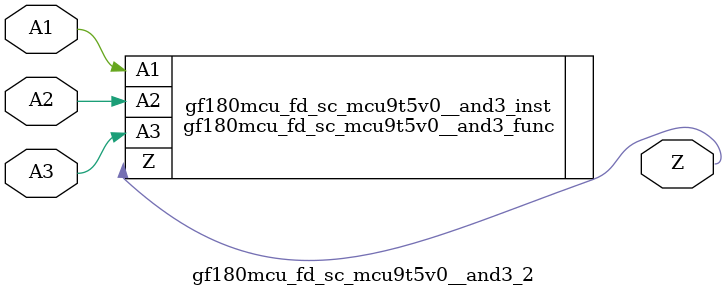
<source format=v>

`ifndef GF180MCU_FD_SC_MCU9T5V0__AND3_2_V
`define GF180MCU_FD_SC_MCU9T5V0__AND3_2_V

`include "gf180mcu_fd_sc_mcu9t5v0__and3.v"

`ifdef USE_POWER_PINS
module gf180mcu_fd_sc_mcu9t5v0__and3_2( A1, A2, A3, Z, VDD, VSS );
inout VDD, VSS;
`else // If not USE_POWER_PINS
module gf180mcu_fd_sc_mcu9t5v0__and3_2( A1, A2, A3, Z );
`endif // If not USE_POWER_PINS
input A1, A2, A3;
output Z;

`ifdef USE_POWER_PINS
  gf180mcu_fd_sc_mcu9t5v0__and3_func gf180mcu_fd_sc_mcu9t5v0__and3_inst(.A1(A1),.A2(A2),.A3(A3),.Z(Z),.VDD(VDD),.VSS(VSS));
`else // If not USE_POWER_PINS
  gf180mcu_fd_sc_mcu9t5v0__and3_func gf180mcu_fd_sc_mcu9t5v0__and3_inst(.A1(A1),.A2(A2),.A3(A3),.Z(Z));
`endif // If not USE_POWER_PINS

`ifndef FUNCTIONAL
	// spec_gates_begin


	// spec_gates_end



   specify

	// specify_block_begin

	// comb arc A1 --> Z
	 (A1 => Z) = (1.0,1.0);

	// comb arc A2 --> Z
	 (A2 => Z) = (1.0,1.0);

	// comb arc A3 --> Z
	 (A3 => Z) = (1.0,1.0);

	// specify_block_end

   endspecify

   `endif

endmodule
`endif // GF180MCU_FD_SC_MCU9T5V0__AND3_2_V

</source>
